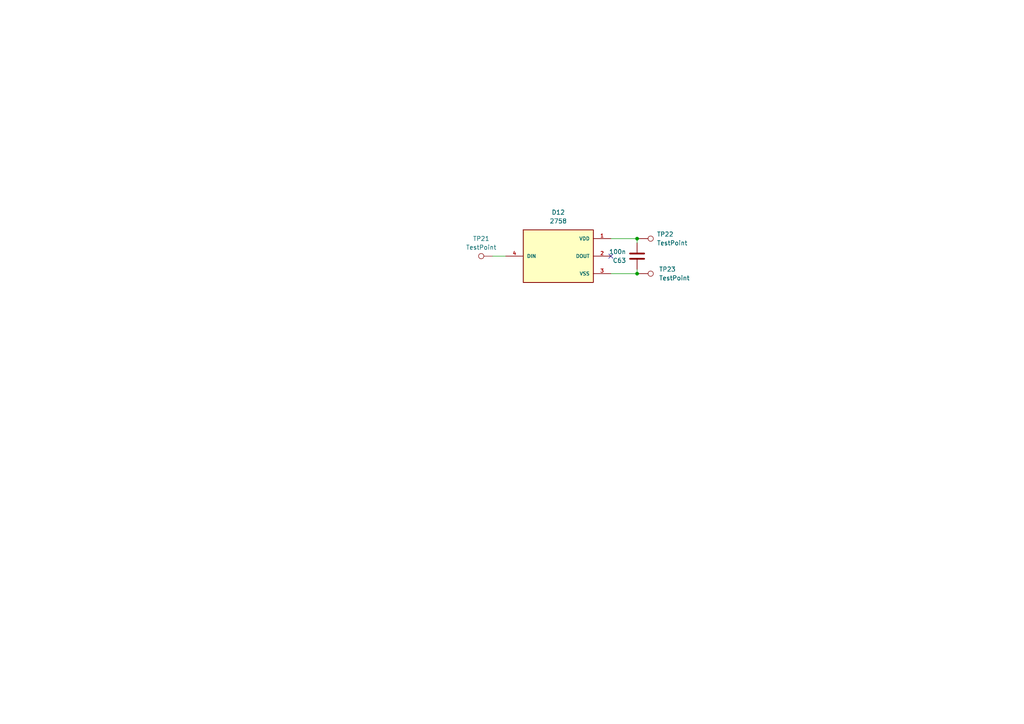
<source format=kicad_sch>
(kicad_sch (version 20231120) (generator "eeschema") (generator_version "8.0")
  (paper "A4")
  (title_block (title "BLEarrings V1") (date "2024-12-27") (rev "00.00") (company "DK"))
  (lib_symbols
    (symbol "2758:2758" (pin_names (offset 1.016))
      (property "Reference" "D" (at -10.1621 8.8923 0))
      (property "Value" "2758" (at -10.16 -8.89 0))
      (symbol "2758_0_0"
        (rectangle (start -10.16 -7.62) (end 10.16 7.62) (stroke (width 0.254)) (fill (type background)))
        (pin power_in line (at 15.24 5.08 180) (length 5.08) (name "VDD") (number "1"))
        (pin output line (at 15.24 0 180) (length 5.08) (name "DOUT") (number "2"))
        (pin power_in line (at 15.24 -5.08 180) (length 5.08) (name "VSS") (number "3"))
        (pin input line (at -15.24 0 0) (length 5.08) (name "DIN") (number "4"))
      )
    )
    (symbol "Connector:TestPoint" (pin_numbers hide) (pin_names (offset 0.762) hide)
      (property "Reference" "TP" (at 0 6.858 0))
      (property "Value" "TestPoint" (at 0 5.08 0))
      (symbol "TestPoint_0_1"
        (circle (center 0 3.302) (radius 0.762))
      )
      (symbol "TestPoint_1_1"
        (pin passive line (at 0 0 90) (length 2.54) (name "1") (number "1"))
      )
    )
    (symbol "Device:C" (pin_numbers hide) (pin_names (offset 0.254))
      (property "Reference" "C" (at 0.635 2.54 0))
      (property "Value" "C" (at 0.635 -2.54 0))
      (symbol "C_0_1"
        (polyline (pts (xy -2.032 -0.762) (xy 2.032 -0.762)) (stroke (width 0.508)))
        (polyline (pts (xy -2.032 0.762) (xy 2.032 0.762)) (stroke (width 0.508)))
      )
      (symbol "C_1_1"
        (pin passive line (at 0 3.81 270) (length 2.794) (name "~") (number "1"))
        (pin passive line (at 0 -3.81 90) (length 2.794) (name "~") (number "2"))
      )
    )
  )
  (junction (at 184.785 79.375))
  (junction (at 184.785 69.215))
  (no_connect (at 177.165 74.295))
  (wire (pts (xy 142.875 74.295) (xy 146.685 74.295)))
  (wire (pts (xy 184.785 70.485) (xy 184.785 69.215)))
  (wire (pts (xy 184.785 79.375) (xy 177.165 79.375)))
  (wire (pts (xy 177.165 69.215) (xy 184.785 69.215)))
  (wire (pts (xy 184.785 69.215) (xy 185.42 69.215)))
  (wire (pts (xy 184.785 78.105) (xy 184.785 79.375)))
  (wire (pts (xy 185.42 79.375) (xy 184.785 79.375)))
  (symbol (lib_id "2758:2758") (at 161.925 74.295 0) (unit 1)
    (property "Reference" "D12" (at 161.925 61.595 0))
    (property "Value" "2758" (at 161.925 64.135 0))
    (property "Footprint" "easyeda2kicad:SOL320P540X170-4N" (effects (hide yes)))
    (property "Description" "\nAddressable Lighting Neopixel 10 LED Discrete Serial (Shift Register) Red, Green, Blue, Neutral White (RGBW) 5.00mm L x 5.00mm W\n" (effects (hide yes)))
    (property "MF" "Adafruit Industries" (effects (hide yes)))
    (property "MAXIMUM_PACKAGE_HEIGHT" "1.7 mm" (effects (hide yes)))
    (property "Package" "SMD-4 Adafruit Industries" (effects (hide yes)))
    (property "Price" "None" (effects (hide yes)))
    (property "Check_prices" "https://www.snapeda.com/parts/2758/Adafruit+Industries+LLC/view-part/?ref=eda" (effects (hide yes)))
    (property "STANDARD" "IPC 7351B" (effects (hide yes)))
    (property "PARTREV" "01" (effects (hide yes)))
    (property "SnapEDA_Link" "https://www.snapeda.com/parts/2758/Adafruit+Industries+LLC/view-part/?ref=snap" (effects (hide yes)))
    (property "MP" "2758" (effects (hide yes)))
    (property "Availability" "In Stock" (effects (hide yes)))
    (property "MANUFACTURER" "Adafruit Industries" (effects (hide yes)))
    (instances (project "Combine" (path "" (reference "D12") (unit 1)) (path "" (reference "D13") (unit 1))))
  )
  (symbol (lib_id "Connector:TestPoint") (at 185.42 69.215 270) (unit 1)
    (property "Reference" "TP22" (at 190.5 67.945 90) (effects (justify left)))
    (property "Value" "TestPoint" (at 190.5 70.485 90) (effects (justify left)))
    (property "Footprint" "TestPoint:TestPoint_THTPad_D1.0mm_Drill0.5mm" (effects (hide yes)))
    (instances (project "Combine" (path "" (reference "TP22") (unit 1)) (path "" (reference "TP25") (unit 1))))
  )
  (symbol (lib_id "Connector:TestPoint") (at 142.875 74.295 90) (unit 1)
    (property "Reference" "TP21" (at 139.573 69.215 90))
    (property "Value" "TestPoint" (at 139.573 71.755 90))
    (property "Footprint" "TestPoint:TestPoint_THTPad_D1.0mm_Drill0.5mm" (effects (hide yes)))
    (instances (project "Combine" (path "" (reference "TP21") (unit 1)) (path "" (reference "TP24") (unit 1))))
  )
  (symbol (lib_id "Device:C") (at 184.785 74.295 180) (unit 1)
    (property "Reference" "C63" (at 181.61 75.565 0) (effects (justify left)))
    (property "Value" "100n" (at 181.61 73.025 0) (effects (justify left)))
    (property "Footprint" "Capacitor_SMD:C_0402_1005Metric_Pad0.74x0.62mm_HandSolder" (effects (hide yes)))
    (property "LCSC Part" "C5448809" (effects (hide yes)))
    (instances (project "Combine" (path "" (reference "C63") (unit 1)) (path "" (reference "C64") (unit 1))))
  )
  (symbol (lib_id "Connector:TestPoint") (at 185.42 79.375 270) (unit 1)
    (property "Reference" "TP23" (at 191.135 78.105 90) (effects (justify left)))
    (property "Value" "TestPoint" (at 191.135 80.645 90) (effects (justify left)))
    (property "Footprint" "TestPoint:TestPoint_THTPad_D1.0mm_Drill0.5mm" (effects (hide yes)))
    (instances (project "Combine" (path "" (reference "TP23") (unit 1)) (path "" (reference "TP26") (unit 1))))
  )
)
</source>
